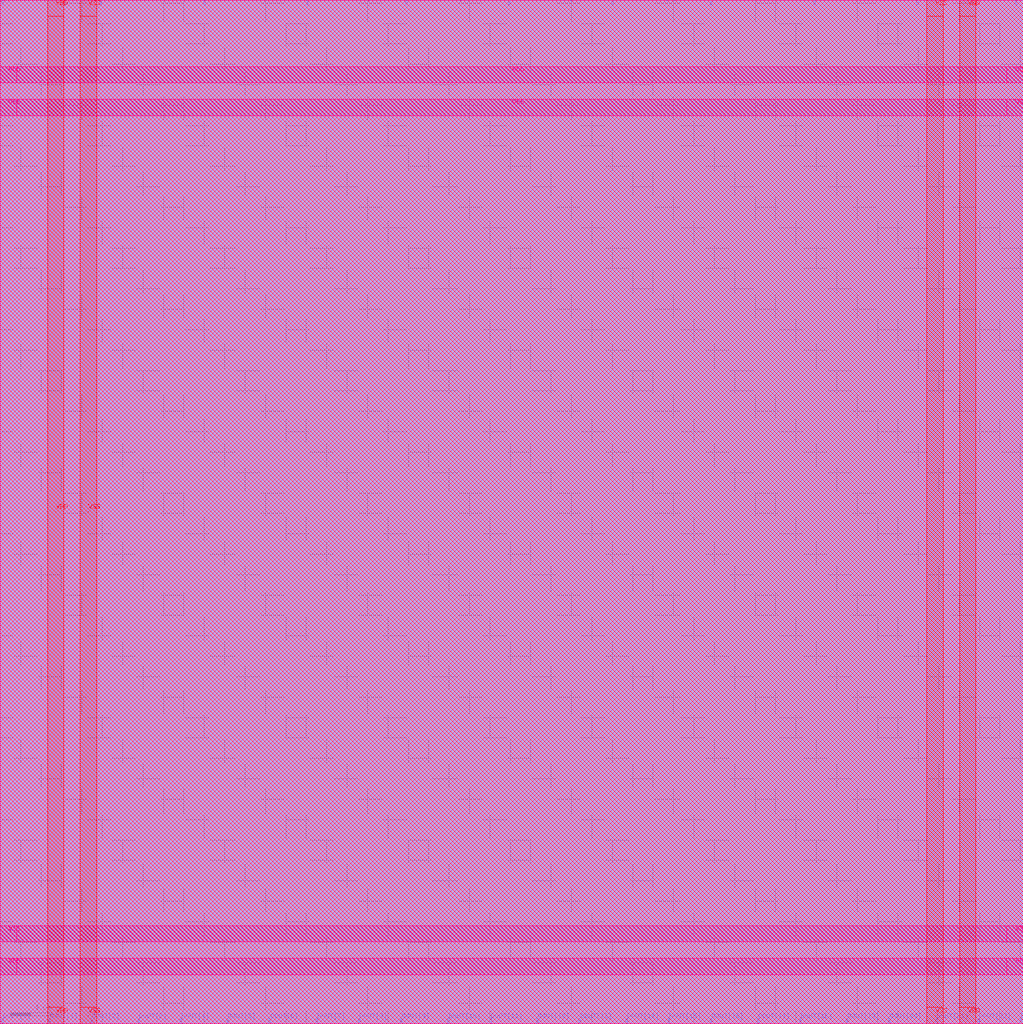
<source format=lef>
##
## LEF for PtnCells ;
## created by Innovus v18.10-p002_1 on Mon Oct 26 17:27:51 2020
##

VERSION 5.8 ;

BUSBITCHARS "[]" ;
DIVIDERCHAR "/" ;

MACRO temp_hd_inv8_header5
  CLASS BLOCK ;
  SIZE 100.280000 BY 100.300000 ;
  FOREIGN temp_hd_inv8_header5 0.000000 0.000000 ;
  ORIGIN 0 0 ;
  SYMMETRY X Y R90 ;
  PIN CLK_REF
    DIRECTION INPUT ;
    USE SIGNAL ;
    ANTENNAPARTIALMETALAREA 0.1596 LAYER met2  ;
    ANTENNAPARTIALMETALSIDEAREA 0.637 LAYER met2  ;
    ANTENNAPARTIALCUTAREA 0.04 LAYER via2  ;
    ANTENNAPARTIALMETALAREA 4.1208 LAYER met3  ;
    ANTENNAPARTIALMETALSIDEAREA 22.448 LAYER met3  ;
    ANTENNAMODEL OXIDE1 ;
    ANTENNAGATEAREA 0.444 LAYER met3  ;
    ANTENNAMAXAREACAR 24.7734 LAYER met3  ;
    ANTENNAMAXSIDEAREACAR 120.765 LAYER met3  ;
    ANTENNAMAXCUTCAR 0.498027 LAYER via3  ;
    PORT
      LAYER met2 ;
        RECT 0.160000 99.815000 0.300000 100.300000 ;
    END
  END CLK_REF
  PIN RESET_COUNTERn
    DIRECTION INPUT ;
    USE SIGNAL ;
    ANTENNAPARTIALMETALAREA 24.6161 LAYER met2  ;
    ANTENNAPARTIALMETALSIDEAREA 119.515 LAYER met2  ;
    ANTENNAMODEL OXIDE1 ;
    ANTENNAGATEAREA 11.844 LAYER met2  ;
    ANTENNAMAXAREACAR 14.3341 LAYER met2  ;
    ANTENNAMAXSIDEAREACAR 64.0054 LAYER met2  ;
    ANTENNAMAXCUTCAR 0.407937 LAYER via2  ;
    PORT
      LAYER met2 ;
        RECT 9.820000 99.815000 9.960000 100.300000 ;
    END
  END RESET_COUNTERn
  PIN SEL_CONV_TIME[3]
    DIRECTION INPUT ;
    USE SIGNAL ;
    ANTENNAPARTIALMETALAREA 2.38 LAYER met2  ;
    ANTENNAPARTIALMETALSIDEAREA 11.739 LAYER met2  ;
    ANTENNAPARTIALCUTAREA 0.04 LAYER via2  ;
    ANTENNAPARTIALMETALAREA 12.7668 LAYER met3  ;
    ANTENNAPARTIALMETALSIDEAREA 68.56 LAYER met3  ;
    ANTENNAMODEL OXIDE1 ;
    ANTENNAGATEAREA 0.495 LAYER met3  ;
    ANTENNAMAXAREACAR 28.1776 LAYER met3  ;
    ANTENNAMAXSIDEAREACAR 144.647 LAYER met3  ;
    ANTENNAMAXCUTCAR 0.24303 LAYER via3  ;
    PORT
      LAYER met2 ;
        RECT 30.060000 99.815000 30.200000 100.300000 ;
    END
  END SEL_CONV_TIME[3]
  PIN SEL_CONV_TIME[2]
    DIRECTION INPUT ;
    USE SIGNAL ;
    ANTENNAPARTIALMETALAREA 1.953 LAYER met2  ;
    ANTENNAPARTIALMETALSIDEAREA 9.604 LAYER met2  ;
    ANTENNAPARTIALCUTAREA 0.04 LAYER via2  ;
    ANTENNAPARTIALMETALAREA 7.9848 LAYER met3  ;
    ANTENNAPARTIALMETALSIDEAREA 43.056 LAYER met3  ;
    ANTENNAMODEL OXIDE1 ;
    ANTENNAGATEAREA 0.99 LAYER met3  ;
    ANTENNAMAXAREACAR 10.6151 LAYER met3  ;
    ANTENNAMAXSIDEAREACAR 54.3662 LAYER met3  ;
    ANTENNAMAXCUTCAR 0.202626 LAYER via3  ;
    PORT
      LAYER met2 ;
        RECT 39.720000 99.815000 39.860000 100.300000 ;
    END
  END SEL_CONV_TIME[2]
  PIN SEL_CONV_TIME[1]
    DIRECTION INPUT ;
    USE SIGNAL ;
    ANTENNAPARTIALMETALAREA 3.464 LAYER met2  ;
    ANTENNAPARTIALMETALSIDEAREA 16.933 LAYER met2  ;
    ANTENNAMODEL OXIDE1 ;
    ANTENNAGATEAREA 0.7425 LAYER met2  ;
    ANTENNAMAXAREACAR 11.2633 LAYER met2  ;
    ANTENNAMAXSIDEAREACAR 52.6135 LAYER met2  ;
    ANTENNAPARTIALCUTAREA 0.04 LAYER via2  ;
    ANTENNAMAXCUTCAR 0.352458 LAYER via2  ;
    ANTENNAPARTIALMETALAREA 1.4988 LAYER met3  ;
    ANTENNAPARTIALMETALSIDEAREA 8.464 LAYER met3  ;
    ANTENNAGATEAREA 0.99 LAYER met3  ;
    ANTENNAMAXAREACAR 12.7772 LAYER met3  ;
    ANTENNAMAXSIDEAREACAR 61.163 LAYER met3  ;
    ANTENNAMAXCUTCAR 0.369293 LAYER via3  ;
    PORT
      LAYER met2 ;
        RECT 49.840000 99.815000 49.980000 100.300000 ;
    END
  END SEL_CONV_TIME[1]
  PIN SEL_CONV_TIME[0]
    DIRECTION INPUT ;
    USE SIGNAL ;
    ANTENNAPARTIALMETALAREA 1.8731 LAYER met2  ;
    ANTENNAPARTIALMETALSIDEAREA 9.2575 LAYER met2  ;
    ANTENNAMODEL OXIDE1 ;
    ANTENNAGATEAREA 0.81 LAYER met2  ;
    ANTENNAMAXAREACAR 4.73442 LAYER met2  ;
    ANTENNAMAXSIDEAREACAR 17.8673 LAYER met2  ;
    ANTENNAMAXCUTCAR 0.144545 LAYER via2  ;
    PORT
      LAYER met2 ;
        RECT 59.960000 99.815000 60.100000 100.300000 ;
    END
  END SEL_CONV_TIME[0]
  PIN en
    DIRECTION INPUT ;
    USE SIGNAL ;
    ANTENNAPARTIALMETALAREA 10.2745 LAYER met2  ;
    ANTENNAPARTIALMETALSIDEAREA 51.2645 LAYER met2  ;
    ANTENNAMODEL OXIDE1 ;
    ANTENNAGATEAREA 0.2475 LAYER met2  ;
    ANTENNAMAXAREACAR 61.0079 LAYER met2  ;
    ANTENNAMAXSIDEAREACAR 303.071 LAYER met2  ;
    ANTENNAMAXCUTCAR 0.207677 LAYER via2  ;
    PORT
      LAYER met2 ;
        RECT 69.620000 99.815000 69.760000 100.300000 ;
    END
  END en
  PIN DOUT[23]
    DIRECTION OUTPUT ;
    USE SIGNAL ;
    ANTENNADIFFAREA 0.4355 LAYER met2  ;
    ANTENNAPARTIALMETALAREA 2.0159 LAYER met2  ;
    ANTENNAPARTIALMETALSIDEAREA 9.9715 LAYER met2  ;
    PORT
      LAYER met2 ;
        RECT 99.980000 0.000000 100.120000 0.485000 ;
    END
  END DOUT[23]
  PIN DOUT[22]
    DIRECTION OUTPUT ;
    USE SIGNAL ;
    ANTENNADIFFAREA 0.4355 LAYER met2  ;
    ANTENNAPARTIALMETALAREA 2.6823 LAYER met2  ;
    ANTENNAPARTIALMETALSIDEAREA 13.3035 LAYER met2  ;
    PORT
      LAYER met2 ;
        RECT 95.840000 0.000000 95.980000 0.485000 ;
    END
  END DOUT[22]
  PIN DOUT[21]
    DIRECTION OUTPUT ;
    USE SIGNAL ;
    ANTENNADIFFAREA 0.4355 LAYER met2  ;
    ANTENNAPARTIALMETALAREA 1.9711 LAYER met2  ;
    ANTENNAPARTIALMETALSIDEAREA 9.7475 LAYER met2  ;
    PORT
      LAYER met2 ;
        RECT 91.700000 0.000000 91.840000 0.485000 ;
    END
  END DOUT[21]
  PIN DOUT[20]
    DIRECTION OUTPUT ;
    USE SIGNAL ;
    ANTENNADIFFAREA 0.4355 LAYER met2  ;
    ANTENNAPARTIALMETALAREA 1.6351 LAYER met2  ;
    ANTENNAPARTIALMETALSIDEAREA 8.0675 LAYER met2  ;
    PORT
      LAYER met2 ;
        RECT 87.100000 0.000000 87.240000 0.485000 ;
    END
  END DOUT[20]
  PIN DOUT[19]
    DIRECTION OUTPUT ;
    USE SIGNAL ;
    ANTENNADIFFAREA 0.4355 LAYER met2  ;
    ANTENNAPARTIALMETALAREA 1.6351 LAYER met2  ;
    ANTENNAPARTIALMETALSIDEAREA 8.0675 LAYER met2  ;
    PORT
      LAYER met2 ;
        RECT 82.960000 0.000000 83.100000 0.485000 ;
    END
  END DOUT[19]
  PIN DOUT[18]
    DIRECTION OUTPUT ;
    USE SIGNAL ;
    ANTENNADIFFAREA 0.4355 LAYER met2  ;
    ANTENNAPARTIALMETALAREA 1.6351 LAYER met2  ;
    ANTENNAPARTIALMETALSIDEAREA 8.0675 LAYER met2  ;
    PORT
      LAYER met2 ;
        RECT 78.360000 0.000000 78.500000 0.485000 ;
    END
  END DOUT[18]
  PIN DOUT[17]
    DIRECTION OUTPUT ;
    USE SIGNAL ;
    ANTENNADIFFAREA 0.4355 LAYER met2  ;
    ANTENNAPARTIALMETALAREA 1.6351 LAYER met2  ;
    ANTENNAPARTIALMETALSIDEAREA 8.0675 LAYER met2  ;
    PORT
      LAYER met2 ;
        RECT 74.220000 0.000000 74.360000 0.485000 ;
    END
  END DOUT[17]
  PIN DOUT[16]
    DIRECTION OUTPUT ;
    USE SIGNAL ;
    ANTENNADIFFAREA 0.4355 LAYER met2  ;
    ANTENNAPARTIALMETALAREA 1.6351 LAYER met2  ;
    ANTENNAPARTIALMETALSIDEAREA 8.0675 LAYER met2  ;
    PORT
      LAYER met2 ;
        RECT 69.620000 0.000000 69.760000 0.485000 ;
    END
  END DOUT[16]
  PIN DOUT[15]
    DIRECTION OUTPUT ;
    USE SIGNAL ;
    ANTENNADIFFAREA 0.4355 LAYER met2  ;
    ANTENNAPARTIALMETALAREA 1.6351 LAYER met2  ;
    ANTENNAPARTIALMETALSIDEAREA 8.0675 LAYER met2  ;
    PORT
      LAYER met2 ;
        RECT 65.480000 0.000000 65.620000 0.485000 ;
    END
  END DOUT[15]
  PIN DOUT[14]
    DIRECTION OUTPUT ;
    USE SIGNAL ;
    ANTENNADIFFAREA 0.4355 LAYER met2  ;
    ANTENNAPARTIALMETALAREA 1.6351 LAYER met2  ;
    ANTENNAPARTIALMETALSIDEAREA 8.0675 LAYER met2  ;
    PORT
      LAYER met2 ;
        RECT 61.340000 0.000000 61.480000 0.485000 ;
    END
  END DOUT[14]
  PIN DOUT[13]
    DIRECTION OUTPUT ;
    USE SIGNAL ;
    ANTENNADIFFAREA 0.4355 LAYER met2  ;
    ANTENNAPARTIALMETALAREA 2.0159 LAYER met2  ;
    ANTENNAPARTIALMETALSIDEAREA 9.9715 LAYER met2  ;
    PORT
      LAYER met2 ;
        RECT 56.740000 0.000000 56.880000 0.485000 ;
    END
  END DOUT[13]
  PIN DOUT[12]
    DIRECTION OUTPUT ;
    USE SIGNAL ;
    ANTENNADIFFAREA 0.4355 LAYER met2  ;
    ANTENNAPARTIALMETALAREA 2.0803 LAYER met2  ;
    ANTENNAPARTIALMETALSIDEAREA 10.2935 LAYER met2  ;
    PORT
      LAYER met2 ;
        RECT 52.600000 0.000000 52.740000 0.485000 ;
    END
  END DOUT[12]
  PIN DOUT[11]
    DIRECTION OUTPUT ;
    USE SIGNAL ;
    ANTENNADIFFAREA 0.4355 LAYER met2  ;
    ANTENNAPARTIALMETALAREA 1.6351 LAYER met2  ;
    ANTENNAPARTIALMETALSIDEAREA 8.0675 LAYER met2  ;
    PORT
      LAYER met2 ;
        RECT 48.000000 0.000000 48.140000 0.485000 ;
    END
  END DOUT[11]
  PIN DOUT[10]
    DIRECTION OUTPUT ;
    USE SIGNAL ;
    ANTENNADIFFAREA 0.4355 LAYER met2  ;
    ANTENNAPARTIALMETALAREA 2.0159 LAYER met2  ;
    ANTENNAPARTIALMETALSIDEAREA 9.9715 LAYER met2  ;
    PORT
      LAYER met2 ;
        RECT 43.860000 0.000000 44.000000 0.485000 ;
    END
  END DOUT[10]
  PIN DOUT[9]
    DIRECTION OUTPUT ;
    USE SIGNAL ;
    ANTENNADIFFAREA 0.4355 LAYER met2  ;
    ANTENNAPARTIALMETALAREA 2.1111 LAYER met2  ;
    ANTENNAPARTIALMETALSIDEAREA 10.4475 LAYER met2  ;
    PORT
      LAYER met2 ;
        RECT 39.260000 0.000000 39.400000 0.485000 ;
    END
  END DOUT[9]
  PIN DOUT[8]
    DIRECTION OUTPUT ;
    USE SIGNAL ;
    ANTENNADIFFAREA 0.4355 LAYER met2  ;
    ANTENNAPARTIALMETALAREA 4.4295 LAYER met2  ;
    ANTENNAPARTIALMETALSIDEAREA 22.0395 LAYER met2  ;
    PORT
      LAYER met2 ;
        RECT 35.120000 0.000000 35.260000 0.485000 ;
    END
  END DOUT[8]
  PIN DOUT[7]
    DIRECTION OUTPUT ;
    USE SIGNAL ;
    ANTENNADIFFAREA 0.4355 LAYER met2  ;
    ANTENNAPARTIALMETALAREA 6.0171 LAYER met2  ;
    ANTENNAPARTIALMETALSIDEAREA 29.9775 LAYER met2  ;
    PORT
      LAYER met2 ;
        RECT 30.980000 0.000000 31.120000 0.485000 ;
    END
  END DOUT[7]
  PIN DOUT[6]
    DIRECTION OUTPUT ;
    USE SIGNAL ;
    ANTENNADIFFAREA 0.4355 LAYER met2  ;
    ANTENNAPARTIALMETALAREA 6.1501 LAYER met2  ;
    ANTENNAPARTIALMETALSIDEAREA 30.6425 LAYER met2  ;
    PORT
      LAYER met2 ;
        RECT 26.380000 0.000000 26.520000 0.485000 ;
    END
  END DOUT[6]
  PIN DOUT[5]
    DIRECTION OUTPUT ;
    USE SIGNAL ;
    ANTENNADIFFAREA 0.4355 LAYER met2  ;
    ANTENNAPARTIALMETALAREA 5.8239 LAYER met2  ;
    ANTENNAPARTIALMETALSIDEAREA 29.0115 LAYER met2  ;
    PORT
      LAYER met2 ;
        RECT 22.240000 0.000000 22.380000 0.485000 ;
    END
  END DOUT[5]
  PIN DOUT[4]
    DIRECTION OUTPUT ;
    USE SIGNAL ;
    ANTENNADIFFAREA 0.4355 LAYER met2  ;
    ANTENNAPARTIALMETALAREA 5.8239 LAYER met2  ;
    ANTENNAPARTIALMETALSIDEAREA 29.0115 LAYER met2  ;
    PORT
      LAYER met2 ;
        RECT 17.640000 0.000000 17.780000 0.485000 ;
    END
  END DOUT[4]
  PIN DOUT[3]
    DIRECTION OUTPUT ;
    USE SIGNAL ;
    ANTENNADIFFAREA 0.4355 LAYER met2  ;
    ANTENNAPARTIALMETALAREA 5.8715 LAYER met2  ;
    ANTENNAPARTIALMETALSIDEAREA 29.2495 LAYER met2  ;
    PORT
      LAYER met2 ;
        RECT 13.500000 0.000000 13.640000 0.485000 ;
    END
  END DOUT[3]
  PIN DOUT[2]
    DIRECTION OUTPUT ;
    USE SIGNAL ;
    ANTENNADIFFAREA 0.4355 LAYER met2  ;
    ANTENNAPARTIALMETALAREA 5.9527 LAYER met2  ;
    ANTENNAPARTIALMETALSIDEAREA 29.6555 LAYER met2  ;
    PORT
      LAYER met2 ;
        RECT 8.900000 0.000000 9.040000 0.485000 ;
    END
  END DOUT[2]
  PIN DOUT[1]
    DIRECTION OUTPUT ;
    USE SIGNAL ;
    ANTENNADIFFAREA 0.4355 LAYER met2  ;
    ANTENNAPARTIALMETALAREA 6.1263 LAYER met2  ;
    ANTENNAPARTIALMETALSIDEAREA 30.5235 LAYER met2  ;
    PORT
      LAYER met2 ;
        RECT 4.760000 0.000000 4.900000 0.485000 ;
    END
  END DOUT[1]
  PIN DOUT[0]
    DIRECTION OUTPUT ;
    USE SIGNAL ;
    ANTENNADIFFAREA 0.4355 LAYER met2  ;
    ANTENNAPARTIALMETALAREA 7.7279 LAYER met2  ;
    ANTENNAPARTIALMETALSIDEAREA 38.5315 LAYER met2  ;
    PORT
      LAYER met2 ;
        RECT 0.160000 0.000000 0.300000 0.485000 ;
    END
  END DOUT[0]
  PIN DONE
    DIRECTION OUTPUT ;
    USE SIGNAL ;
    ANTENNADIFFAREA 0.517 LAYER met2  ;
    ANTENNAPARTIALMETALAREA 2.8515 LAYER met2  ;
    ANTENNAPARTIALMETALSIDEAREA 14.0315 LAYER met2  ;
    ANTENNAMODEL OXIDE1 ;
    ANTENNAGATEAREA 0.315 LAYER met2  ;
    ANTENNAMAXAREACAR 10.1625 LAYER met2  ;
    ANTENNAMAXSIDEAREACAR 47.2 LAYER met2  ;
    ANTENNAMAXCUTCAR 0.163175 LAYER via2  ;
    PORT
      LAYER met2 ;
        RECT 79.740000 99.815000 79.880000 100.300000 ;
    END
  END DONE
  PIN out
    DIRECTION OUTPUT ;
    USE SIGNAL ;
    ANTENNAPARTIALMETALAREA 2.1238 LAYER met2  ;
    ANTENNAPARTIALMETALSIDEAREA 10.458 LAYER met2  ;
    ANTENNAPARTIALCUTAREA 0.04 LAYER via2  ;
    ANTENNADIFFAREA 0.3406 LAYER met3  ;
    ANTENNAPARTIALMETALAREA 21.0948 LAYER met3  ;
    ANTENNAPARTIALMETALSIDEAREA 112.976 LAYER met3  ;
    PORT
      LAYER met2 ;
        RECT 89.860000 99.815000 90.000000 100.300000 ;
    END
  END out
  PIN outb
    DIRECTION OUTPUT ;
    USE SIGNAL ;
    ANTENNAPARTIALMETALAREA 1.7822 LAYER met2  ;
    ANTENNAPARTIALMETALSIDEAREA 8.75 LAYER met2  ;
    ANTENNAPARTIALCUTAREA 0.04 LAYER via2  ;
    ANTENNADIFFAREA 0.3406 LAYER met3  ;
    ANTENNAPARTIALMETALAREA 20.7258 LAYER met3  ;
    ANTENNAPARTIALMETALSIDEAREA 111.008 LAYER met3  ;
    PORT
      LAYER met2 ;
        RECT 99.520000 99.815000 99.660000 100.300000 ;
    END
  END outb
  PIN lc_out
    DIRECTION OUTPUT ;
    USE SIGNAL ;
    ANTENNAPARTIALMETALAREA 2.8901 LAYER met2  ;
    ANTENNAPARTIALMETALSIDEAREA 14.2345 LAYER met2  ;
    ANTENNAMODEL OXIDE1 ;
    ANTENNAGATEAREA 0.126 LAYER met2  ;
    ANTENNAMAXAREACAR 28.9425 LAYER met2  ;
    ANTENNAMAXSIDEAREACAR 134.552 LAYER met2  ;
    ANTENNAMAXCUTCAR 0.407937 LAYER via2  ;
    PORT
      LAYER met2 ;
        RECT 19.940000 99.815000 20.080000 100.300000 ;
    END
  END lc_out
  PIN VSS
    DIRECTION INOUT ;
    USE GROUND ;
    PORT
      LAYER met5 ;
        RECT 98.680000 8.020000 100.280000 9.620000 ;
    END
    PORT
      LAYER met4 ;
        RECT 90.840000 98.700000 92.440000 100.300000 ;
    END
    PORT
      LAYER met4 ;
        RECT 7.840000 98.700000 9.440000 100.300000 ;
    END
    PORT
      LAYER met5 ;
        RECT 98.680000 88.980000 100.280000 90.580000 ;
    END
    PORT
      LAYER met5 ;
        RECT 0.000000 88.980000 1.600000 90.580000 ;
    END
    PORT
      LAYER met5 ;
        RECT 0.000000 8.020000 1.600000 9.620000 ;
    END
    PORT
      LAYER met4 ;
        RECT 90.840000 0.000000 92.440000 1.600000 ;
    END
    PORT
      LAYER met4 ;
        RECT 7.840000 0.000000 9.440000 1.600000 ;
    END

# P/G power stripe data as pin
    PORT
      LAYER met4 ;
        RECT 90.840000 0.000000 92.440000 100.300000 ;
        RECT 7.840000 0.000000 9.440000 100.300000 ;
      LAYER met5 ;
        RECT 0.000000 8.020000 100.280000 9.620000 ;
        RECT 0.000000 88.980000 100.280000 90.580000 ;
    END
# end of P/G power stripe data as pin

  END VSS
  PIN VDD
    DIRECTION INOUT ;
    USE POWER ;
    PORT
      LAYER met5 ;
        RECT 98.680000 4.820000 100.280000 6.420000 ;
    END
    PORT
      LAYER met4 ;
        RECT 94.040000 98.700000 95.640000 100.300000 ;
    END
    PORT
      LAYER met4 ;
        RECT 4.640000 98.700000 6.240000 100.300000 ;
    END
    PORT
      LAYER met5 ;
        RECT 98.680000 92.180000 100.280000 93.780000 ;
    END
    PORT
      LAYER met5 ;
        RECT 0.000000 92.180000 1.600000 93.780000 ;
    END
    PORT
      LAYER met5 ;
        RECT 0.000000 4.820000 1.600000 6.420000 ;
    END
    PORT
      LAYER met4 ;
        RECT 94.040000 0.000000 95.640000 1.600000 ;
    END
    PORT
      LAYER met4 ;
        RECT 4.640000 0.000000 6.240000 1.600000 ;
    END

# P/G power stripe data as pin
    PORT
      LAYER met4 ;
        RECT 94.040000 0.000000 95.640000 100.300000 ;
        RECT 4.640000 0.000000 6.240000 100.300000 ;
      LAYER met5 ;
        RECT 0.000000 4.820000 100.280000 6.420000 ;
        RECT 0.000000 92.180000 100.280000 93.780000 ;
    END
# end of P/G power stripe data as pin

  END VDD
  OBS
    LAYER li1 ;
      RECT 0.000000 0.000000 100.280000 100.300000 ;
    LAYER met1 ;
      RECT 0.000000 0.000000 100.280000 100.300000 ;
    LAYER met2 ;
      RECT 0.000000 0.000000 100.280000 100.300000 ;
    LAYER met3 ;
      RECT 0.000000 0.000000 100.280000 100.300000 ;
    LAYER met4 ;
      RECT 0.000000 0.000000 100.280000 100.300000 ;
    LAYER met5 ;
      RECT 0.000000 0.000000 100.280000 100.300000 ;
  END
END temp_hd_inv8_header5

END LIBRARY

</source>
